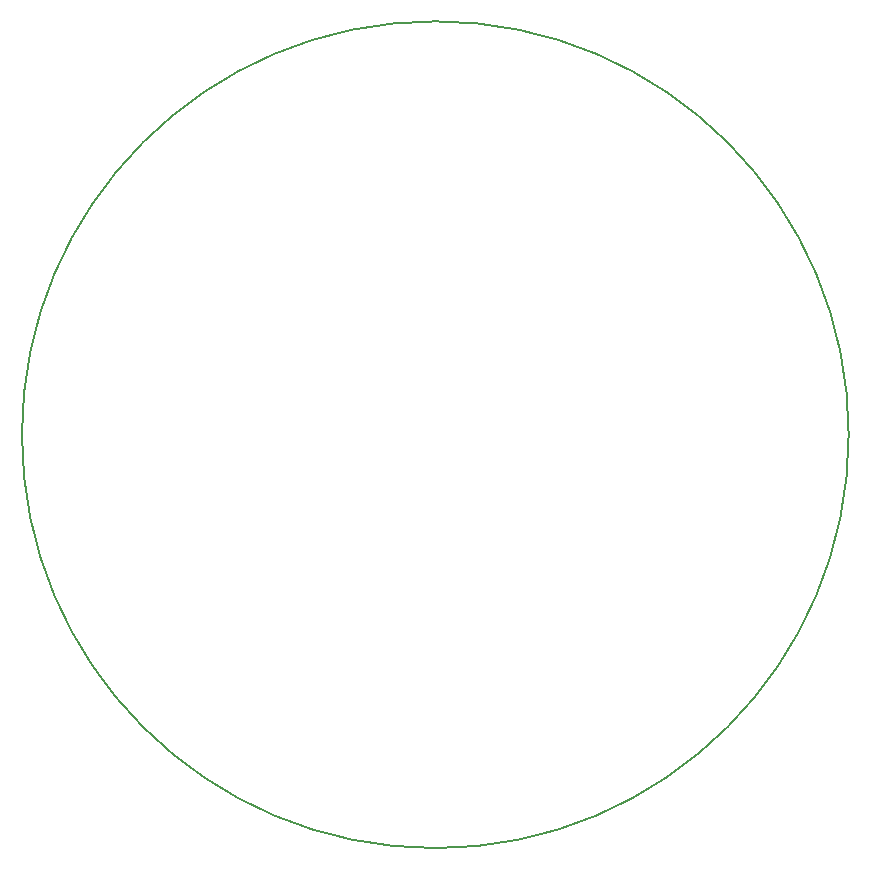
<source format=gbr>
%TF.GenerationSoftware,KiCad,Pcbnew,7.0.6-7.0.6~ubuntu20.04.1*%
%TF.CreationDate,2023-07-18T17:21:29-05:00*%
%TF.ProjectId,basic_microcontroller,62617369-635f-46d6-9963-726f636f6e74,rev?*%
%TF.SameCoordinates,Original*%
%TF.FileFunction,Profile,NP*%
%FSLAX46Y46*%
G04 Gerber Fmt 4.6, Leading zero omitted, Abs format (unit mm)*
G04 Created by KiCad (PCBNEW 7.0.6-7.0.6~ubuntu20.04.1) date 2023-07-18 17:21:29*
%MOMM*%
%LPD*%
G01*
G04 APERTURE LIST*
%TA.AperFunction,Profile*%
%ADD10C,0.200000*%
%TD*%
G04 APERTURE END LIST*
D10*
X185000000Y-100000000D02*
G75*
G03*
X185000000Y-100000000I-35000000J0D01*
G01*
M02*

</source>
